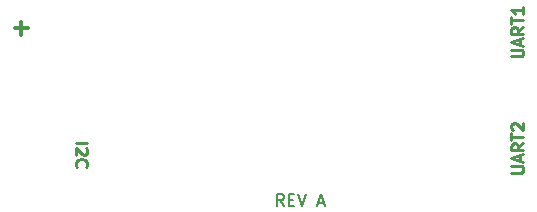
<source format=gto>
G04 (created by PCBNEW (2013-mar-13)-testing) date Mon 17 Mar 2014 10:10:55 PM CET*
%MOIN*%
G04 Gerber Fmt 3.4, Leading zero omitted, Abs format*
%FSLAX34Y34*%
G01*
G70*
G90*
G04 APERTURE LIST*
%ADD10C,0.005906*%
%ADD11C,0.009843*%
%ADD12C,0.011811*%
G04 APERTURE END LIST*
G54D10*
X21976Y-18603D02*
X21844Y-18415D01*
X21751Y-18603D02*
X21751Y-18209D01*
X21901Y-18209D01*
X21938Y-18228D01*
X21957Y-18247D01*
X21976Y-18284D01*
X21976Y-18340D01*
X21957Y-18378D01*
X21938Y-18397D01*
X21901Y-18415D01*
X21751Y-18415D01*
X22144Y-18397D02*
X22275Y-18397D01*
X22332Y-18603D02*
X22144Y-18603D01*
X22144Y-18209D01*
X22332Y-18209D01*
X22444Y-18209D02*
X22575Y-18603D01*
X22707Y-18209D01*
X23119Y-18490D02*
X23307Y-18490D01*
X23082Y-18603D02*
X23213Y-18209D01*
X23344Y-18603D01*
G54D11*
X29567Y-17488D02*
X29886Y-17488D01*
X29924Y-17470D01*
X29942Y-17451D01*
X29961Y-17413D01*
X29961Y-17338D01*
X29942Y-17301D01*
X29924Y-17282D01*
X29886Y-17263D01*
X29567Y-17263D01*
X29849Y-17095D02*
X29849Y-16907D01*
X29961Y-17132D02*
X29567Y-17001D01*
X29961Y-16870D01*
X29961Y-16513D02*
X29774Y-16645D01*
X29961Y-16738D02*
X29567Y-16738D01*
X29567Y-16588D01*
X29586Y-16551D01*
X29605Y-16532D01*
X29642Y-16513D01*
X29699Y-16513D01*
X29736Y-16532D01*
X29755Y-16551D01*
X29774Y-16588D01*
X29774Y-16738D01*
X29567Y-16401D02*
X29567Y-16176D01*
X29961Y-16288D02*
X29567Y-16288D01*
X29605Y-16063D02*
X29586Y-16045D01*
X29567Y-16007D01*
X29567Y-15913D01*
X29586Y-15876D01*
X29605Y-15857D01*
X29642Y-15838D01*
X29680Y-15838D01*
X29736Y-15857D01*
X29961Y-16082D01*
X29961Y-15838D01*
X29567Y-13610D02*
X29886Y-13610D01*
X29924Y-13592D01*
X29942Y-13573D01*
X29961Y-13535D01*
X29961Y-13460D01*
X29942Y-13423D01*
X29924Y-13404D01*
X29886Y-13385D01*
X29567Y-13385D01*
X29849Y-13217D02*
X29849Y-13029D01*
X29961Y-13254D02*
X29567Y-13123D01*
X29961Y-12992D01*
X29961Y-12635D02*
X29774Y-12767D01*
X29961Y-12860D02*
X29567Y-12860D01*
X29567Y-12710D01*
X29586Y-12673D01*
X29605Y-12654D01*
X29642Y-12635D01*
X29699Y-12635D01*
X29736Y-12654D01*
X29755Y-12673D01*
X29774Y-12710D01*
X29774Y-12860D01*
X29567Y-12523D02*
X29567Y-12298D01*
X29961Y-12410D02*
X29567Y-12410D01*
X29961Y-11961D02*
X29961Y-12185D01*
X29961Y-12073D02*
X29567Y-12073D01*
X29624Y-12110D01*
X29661Y-12148D01*
X29680Y-12185D01*
X15038Y-16505D02*
X15432Y-16505D01*
X15394Y-16674D02*
X15413Y-16692D01*
X15432Y-16730D01*
X15432Y-16824D01*
X15413Y-16861D01*
X15394Y-16880D01*
X15357Y-16899D01*
X15319Y-16899D01*
X15263Y-16880D01*
X15038Y-16655D01*
X15038Y-16899D01*
X15075Y-17292D02*
X15057Y-17274D01*
X15038Y-17217D01*
X15038Y-17180D01*
X15057Y-17124D01*
X15094Y-17086D01*
X15132Y-17067D01*
X15207Y-17049D01*
X15263Y-17049D01*
X15338Y-17067D01*
X15375Y-17086D01*
X15413Y-17124D01*
X15432Y-17180D01*
X15432Y-17217D01*
X15413Y-17274D01*
X15394Y-17292D01*
G54D12*
X13003Y-12679D02*
X13453Y-12679D01*
X13228Y-12904D02*
X13228Y-12455D01*
M02*

</source>
